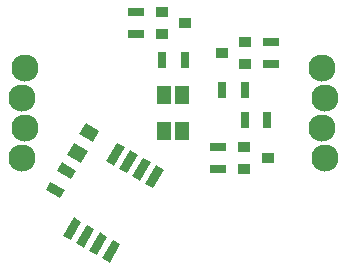
<source format=gts>
%TF.GenerationSoftware,KiCad,Pcbnew,4.0.7-e2-6376~60~ubuntu17.10.1*%
%TF.CreationDate,2017-11-05T00:08:28+01:00*%
%TF.ProjectId,blinker,626C696E6B65722E6B696361645F7063,rev?*%
%TF.FileFunction,Soldermask,Top*%
%FSLAX46Y46*%
G04 Gerber Fmt 4.6, Leading zero omitted, Abs format (unit mm)*
G04 Created by KiCad (PCBNEW 4.0.7-e2-6376~60~ubuntu17.10.1) date Sun Nov  5 00:08:28 2017*
%MOMM*%
%LPD*%
G01*
G04 APERTURE LIST*
%ADD10C,0.127000*%
%ADD11C,2.300000*%
%ADD12R,1.200000X1.600000*%
%ADD13R,1.000000X0.900000*%
%ADD14R,1.400000X0.800000*%
%ADD15R,0.800000X1.400000*%
G04 APERTURE END LIST*
D10*
D11*
X12827000Y-3810000D03*
X-12827000Y1270000D03*
D10*
G36*
X-7810433Y-4219839D02*
X-8979567Y-3544839D01*
X-8429567Y-2592211D01*
X-7260433Y-3267211D01*
X-7810433Y-4219839D01*
X-7810433Y-4219839D01*
G37*
G36*
X-6810433Y-2487789D02*
X-7979567Y-1812789D01*
X-7429567Y-860161D01*
X-6260433Y-1535161D01*
X-6810433Y-2487789D01*
X-6810433Y-2487789D01*
G37*
D11*
X12573000Y-1270000D03*
X-12827000Y-3810000D03*
D12*
X-750000Y-1500000D03*
X-750000Y1500000D03*
X750000Y1500000D03*
X750000Y-1500000D03*
D10*
G36*
X-8680018Y-10795416D02*
X-9329538Y-10420416D01*
X-8429538Y-8861570D01*
X-7780018Y-9236570D01*
X-8680018Y-10795416D01*
X-8680018Y-10795416D01*
G37*
G36*
X-7580166Y-11430416D02*
X-8229686Y-11055416D01*
X-7329686Y-9496570D01*
X-6680166Y-9871570D01*
X-7580166Y-11430416D01*
X-7580166Y-11430416D01*
G37*
G36*
X-6480314Y-12065416D02*
X-7129834Y-11690416D01*
X-6229834Y-10131570D01*
X-5580314Y-10506570D01*
X-6480314Y-12065416D01*
X-6480314Y-12065416D01*
G37*
G36*
X-5380462Y-12700416D02*
X-6029982Y-12325416D01*
X-5129982Y-10766570D01*
X-4480462Y-11141570D01*
X-5380462Y-12700416D01*
X-5380462Y-12700416D01*
G37*
G36*
X-1730462Y-6378430D02*
X-2379982Y-6003430D01*
X-1479982Y-4444584D01*
X-830462Y-4819584D01*
X-1730462Y-6378430D01*
X-1730462Y-6378430D01*
G37*
G36*
X-2830314Y-5743430D02*
X-3479834Y-5368430D01*
X-2579834Y-3809584D01*
X-1930314Y-4184584D01*
X-2830314Y-5743430D01*
X-2830314Y-5743430D01*
G37*
G36*
X-3930166Y-5108430D02*
X-4579686Y-4733430D01*
X-3679686Y-3174584D01*
X-3030166Y-3549584D01*
X-3930166Y-5108430D01*
X-3930166Y-5108430D01*
G37*
G36*
X-5030018Y-4473430D02*
X-5679538Y-4098430D01*
X-4779538Y-2539584D01*
X-4130018Y-2914584D01*
X-5030018Y-4473430D01*
X-5030018Y-4473430D01*
G37*
D13*
X6080000Y4130000D03*
X6080000Y6030000D03*
X4080000Y5080000D03*
X-1000000Y8570000D03*
X-1000000Y6670000D03*
X1000000Y7620000D03*
X5990000Y-2860000D03*
X5990000Y-4760000D03*
X7990000Y-3810000D03*
D14*
X8255000Y4130000D03*
X8255000Y6030000D03*
X-3175000Y8570000D03*
X-3175000Y6670000D03*
X3810000Y-2860000D03*
X3810000Y-4760000D03*
D15*
X4130000Y1905000D03*
X6030000Y1905000D03*
X-950000Y4445000D03*
X950000Y4445000D03*
X7935000Y-635000D03*
X6035000Y-635000D03*
D10*
G36*
X-9593782Y-7234134D02*
X-10806218Y-6534134D01*
X-10406218Y-5841314D01*
X-9193782Y-6541314D01*
X-9593782Y-7234134D01*
X-9593782Y-7234134D01*
G37*
G36*
X-8643782Y-5588686D02*
X-9856218Y-4888686D01*
X-9456218Y-4195866D01*
X-8243782Y-4895866D01*
X-8643782Y-5588686D01*
X-8643782Y-5588686D01*
G37*
D11*
X-12573000Y-1270000D03*
X-12573000Y3810000D03*
X12827000Y1270000D03*
X12573000Y3810000D03*
M02*

</source>
